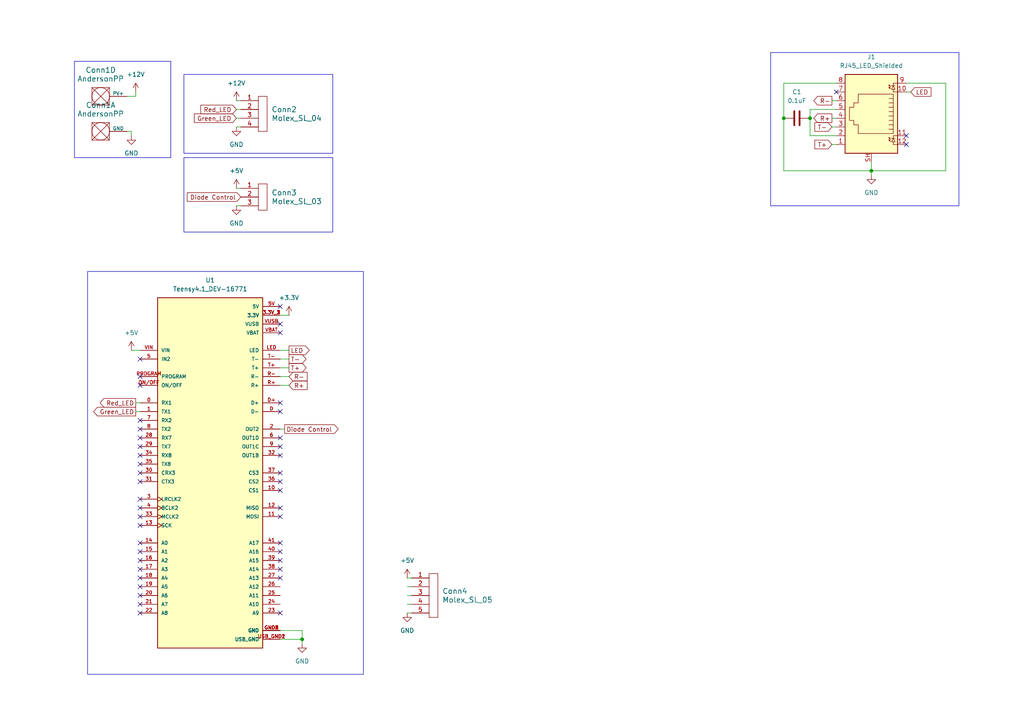
<source format=kicad_sch>
(kicad_sch (version 20231120) (generator "eeschema") (generator_version "8.0")
  (paper "A4")
  (lib_symbols
    (symbol "Connector:RJ45_LED_Shielded" (pin_names (offset 1.016))
      (property "Reference" "J" (at -5.08 13.97 0))
      (property "Value" "RJ45_LED_Shielded" (at 1.27 13.97 0))
      (symbol "RJ45_LED_Shielded_0_1"
        (polyline (pts (xy -7.62 -7.62) (xy -6.35 -7.62)))
        (polyline (pts (xy -7.62 -5.08) (xy -6.35 -5.08)))
        (polyline (pts (xy -7.62 7.62) (xy -6.35 7.62)))
        (polyline (pts (xy -7.62 10.16) (xy -6.35 10.16)))
        (polyline (pts (xy -6.858 -5.842) (xy -5.842 -5.842)))
        (polyline (pts (xy -6.858 9.398) (xy -5.842 9.398)))
        (polyline (pts (xy -6.35 -7.62) (xy -6.35 -6.858)))
        (polyline (pts (xy -6.35 -5.08) (xy -6.35 -5.842)))
        (polyline (pts (xy -6.35 7.62) (xy -6.35 8.382)))
        (polyline (pts (xy -6.35 10.16) (xy -6.35 9.398)))
        (polyline (pts (xy -5.08 -6.223) (xy -5.207 -6.604)))
        (polyline (pts (xy -5.08 -5.588) (xy -5.207 -5.969)))
        (polyline (pts (xy -5.08 4.445) (xy -6.35 4.445)))
        (polyline (pts (xy -5.08 5.715) (xy -6.35 5.715)))
        (polyline (pts (xy -5.08 9.017) (xy -5.207 8.636)))
        (polyline (pts (xy -5.08 9.652) (xy -5.207 9.271)))
        (polyline (pts (xy -6.35 -3.175) (xy -5.08 -3.175) (xy -5.08 -3.175)))
        (polyline (pts (xy -6.35 -1.905) (xy -5.08 -1.905) (xy -5.08 -1.905)))
        (polyline (pts (xy -6.35 -0.635) (xy -5.08 -0.635) (xy -5.08 -0.635)))
        (polyline (pts (xy -6.35 0.635) (xy -5.08 0.635) (xy -5.08 0.635)))
        (polyline (pts (xy -6.35 1.905) (xy -5.08 1.905) (xy -5.08 1.905)))
        (polyline (pts (xy -5.588 -6.731) (xy -5.08 -6.223) (xy -5.461 -6.35)))
        (polyline (pts (xy -5.588 -6.096) (xy -5.08 -5.588) (xy -5.461 -5.715)))
        (polyline (pts (xy -5.588 8.509) (xy -5.08 9.017) (xy -5.461 8.89)))
        (polyline (pts (xy -5.588 9.144) (xy -5.08 9.652) (xy -5.461 9.525)))
        (polyline (pts (xy -5.08 3.175) (xy -6.35 3.175) (xy -6.35 3.175)))
        (polyline (pts (xy -6.35 -5.842) (xy -6.858 -6.858) (xy -5.842 -6.858) (xy -6.35 -5.842)))
        (polyline (pts (xy -6.35 9.398) (xy -6.858 8.382) (xy -5.842 8.382) (xy -6.35 9.398)))
        (polyline (pts (xy -6.35 -4.445) (xy -6.35 6.985) (xy 3.81 6.985) (xy 3.81 4.445) (xy 5.08 4.445) (xy 5.08 3.175) (xy 6.35 3.175) (xy 6.35 -0.635) (xy 5.08 -0.635) (xy 5.08 -1.905) (xy 3.81 -1.905) (xy 3.81 -4.445) (xy -6.35 -4.445) (xy -6.35 -4.445)))
        (rectangle (start 7.62 12.7) (end -7.62 -10.16) (stroke (width 0.254)) (fill (type background)))
      )
      (symbol "RJ45_LED_Shielded_1_1"
        (pin passive line (at 10.16 -7.62 180) (length 2.54) (name "~") (number "1"))
        (pin passive line (at -10.16 7.62 0) (length 2.54) (name "~") (number "10"))
        (pin passive line (at -10.16 -5.08 0) (length 2.54) (name "~") (number "11"))
        (pin passive line (at -10.16 -7.62 0) (length 2.54) (name "~") (number "12"))
        (pin passive line (at 10.16 -5.08 180) (length 2.54) (name "~") (number "2"))
        (pin passive line (at 10.16 -2.54 180) (length 2.54) (name "~") (number "3"))
        (pin passive line (at 10.16 0 180) (length 2.54) (name "~") (number "4"))
        (pin passive line (at 10.16 2.54 180) (length 2.54) (name "~") (number "5"))
        (pin passive line (at 10.16 5.08 180) (length 2.54) (name "~") (number "6"))
        (pin passive line (at 10.16 7.62 180) (length 2.54) (name "~") (number "7"))
        (pin passive line (at 10.16 10.16 180) (length 2.54) (name "~") (number "8"))
        (pin passive line (at -10.16 10.16 0) (length 2.54) (name "~") (number "9"))
        (pin passive line (at 0 -12.7 90) (length 2.54) (name "~") (number "SH"))
      )
    )
    (symbol "Device:C" (pin_numbers hide) (pin_names (offset 0.254))
      (property "Reference" "C" (at 0.635 2.54 0))
      (property "Value" "C" (at 0.635 -2.54 0))
      (symbol "C_0_1"
        (polyline (pts (xy -2.032 -0.762) (xy 2.032 -0.762)) (stroke (width 0.508)))
        (polyline (pts (xy -2.032 0.762) (xy 2.032 0.762)) (stroke (width 0.508)))
      )
      (symbol "C_1_1"
        (pin passive line (at 0 3.81 270) (length 2.794) (name "~") (number "1"))
        (pin passive line (at 0 -3.81 90) (length 2.794) (name "~") (number "2"))
      )
    )
    (symbol "MRDT_Connectors:AndersonPP" (pin_numbers hide) (pin_names (offset 0))
      (property "Reference" "Conn" (at 3.81 -1.27 0))
      (property "Value" "AndersonPP" (at 2.54 6.35 0))
      (symbol "AndersonPP_0_1"
        (polyline (pts (xy 0 5.08) (xy 5.08 0)))
        (polyline (pts (xy 5.08 5.08) (xy 0 0)))
        (rectangle (start 0 0) (end 5.08 5.08))
        (circle (center 2.54 2.54) (radius 2.54))
      )
      (symbol "AndersonPP_1_1"
        (pin input line (at 10.16 2.54 180) (length 5.08) (name "GND") (number "1"))
      )
      (symbol "AndersonPP_2_1"
        (pin input line (at 10.16 2.54 180) (length 5.08) (name "V+Log") (number "2"))
      )
      (symbol "AndersonPP_3_1"
        (pin input line (at 10.16 2.54 180) (length 5.08) (name "V+Act") (number "3"))
      )
      (symbol "AndersonPP_4_1"
        (pin input line (at 10.16 2.54 180) (length 5.08) (name "PV+") (number "4"))
      )
      (symbol "AndersonPP_5_1"
        (pin input line (at 10.16 2.54 180) (length 5.08) (name "~") (number "1"))
      )
    )
    (symbol "MRDT_Connectors:Molex_SL_03" (pin_names (offset 1.016))
      (property "Reference" "Conn" (at 3.81 -1.27 0))
      (property "Value" "Molex_SL_03" (at 1.27 8.89 0))
      (symbol "Molex_SL_03_0_1"
        (rectangle (start 0 7.62) (end 2.54 0))
      )
      (symbol "Molex_SL_03_1_1"
        (pin input line (at -5.08 6.35 0) (length 5.08) (name "~") (number "1"))
        (pin input line (at -5.08 3.81 0) (length 5.08) (name "~") (number "2"))
        (pin input line (at -5.08 1.27 0) (length 5.08) (name "~") (number "3"))
      )
    )
    (symbol "MRDT_Connectors:Molex_SL_04" (pin_names (offset 1.016))
      (property "Reference" "Conn" (at 3.81 -1.27 0))
      (property "Value" "Molex_SL_04" (at 1.27 11.43 0))
      (symbol "Molex_SL_04_0_1"
        (rectangle (start 0 10.16) (end 2.54 0))
      )
      (symbol "Molex_SL_04_1_1"
        (pin input line (at -5.08 8.89 0) (length 5.08) (name "~") (number "1"))
        (pin input line (at -5.08 6.35 0) (length 5.08) (name "~") (number "2"))
        (pin input line (at -5.08 3.81 0) (length 5.08) (name "~") (number "3"))
        (pin input line (at -5.08 1.27 0) (length 5.08) (name "~") (number "4"))
      )
    )
    (symbol "MRDT_Connectors:Molex_SL_05" (pin_names (offset 1.016))
      (property "Reference" "Conn" (at 3.81 -1.27 0))
      (property "Value" "Molex_SL_05" (at 1.27 13.97 0))
      (symbol "Molex_SL_05_0_1"
        (rectangle (start 0 12.7) (end 2.54 0))
      )
      (symbol "Molex_SL_05_1_1"
        (pin input line (at -5.08 11.43 0) (length 5.08) (name "~") (number "1"))
        (pin input line (at -5.08 8.89 0) (length 5.08) (name "~") (number "2"))
        (pin input line (at -5.08 6.35 0) (length 5.08) (name "~") (number "3"))
        (pin input line (at -5.08 3.81 0) (length 5.08) (name "~") (number "4"))
        (pin input line (at -5.08 1.27 0) (length 5.08) (name "~") (number "5"))
      )
    )
    (symbol "MRDT_Shields:Teensy4.1_DEV-16771" (pin_names (offset 1.016))
      (property "Reference" "U" (at -15.24 52.07 0))
      (property "Value" "Teensy4.1_DEV-16771" (at -15.24 -53.34 0))
      (symbol "Teensy4.1_DEV-16771_0_0"
        (rectangle (start -15.24 -50.8) (end 15.24 50.8) (stroke (width 0.254)) (fill (type background)))
        (pin bidirectional line (at -20.32 20.32 0) (length 5.08) (name "RX1") (number "0"))
        (pin bidirectional line (at -20.32 17.78 0) (length 5.08) (name "TX1") (number "1"))
        (pin bidirectional line (at 20.32 -5.08 180) (length 5.08) (name "CS1") (number "10"))
        (pin bidirectional line (at 20.32 -12.7 180) (length 5.08) (name "MOSI") (number "11"))
        (pin bidirectional line (at 20.32 -10.16 180) (length 5.08) (name "MISO") (number "12"))
        (pin bidirectional clock (at -20.32 -15.24 0) (length 5.08) (name "SCK") (number "13"))
        (pin bidirectional line (at -20.32 -20.32 0) (length 5.08) (name "A0") (number "14"))
        (pin bidirectional line (at -20.32 -22.86 0) (length 5.08) (name "A1") (number "15"))
        (pin bidirectional line (at -20.32 -25.4 0) (length 5.08) (name "A2") (number "16"))
        (pin bidirectional line (at -20.32 -27.94 0) (length 5.08) (name "A3") (number "17"))
        (pin bidirectional line (at -20.32 -30.48 0) (length 5.08) (name "A4") (number "18"))
        (pin bidirectional line (at -20.32 -33.02 0) (length 5.08) (name "A5") (number "19"))
        (pin output line (at 20.32 12.7 180) (length 5.08) (name "OUT2") (number "2"))
        (pin bidirectional line (at -20.32 -35.56 0) (length 5.08) (name "A6") (number "20"))
        (pin bidirectional line (at -20.32 -38.1 0) (length 5.08) (name "A7") (number "21"))
        (pin bidirectional line (at -20.32 -40.64 0) (length 5.08) (name "A8") (number "22"))
        (pin bidirectional line (at 20.32 -40.64 180) (length 5.08) (name "A9") (number "23"))
        (pin bidirectional line (at 20.32 -38.1 180) (length 5.08) (name "A10") (number "24"))
        (pin bidirectional line (at 20.32 -35.56 180) (length 5.08) (name "A11") (number "25"))
        (pin bidirectional line (at 20.32 -33.02 180) (length 5.08) (name "A12") (number "26"))
        (pin bidirectional line (at 20.32 -30.48 180) (length 5.08) (name "A13") (number "27"))
        (pin bidirectional line (at -20.32 10.16 0) (length 5.08) (name "RX7") (number "28"))
        (pin bidirectional line (at -20.32 7.62 0) (length 5.08) (name "TX7") (number "29"))
        (pin bidirectional clock (at -20.32 -7.62 0) (length 5.08) (name "LRCLK2") (number "3"))
        (pin power_in line (at 20.32 45.72 180) (length 5.08) (name "3.3V") (number "3.3V_1"))
        (pin power_in line (at 20.32 45.72 180) (length 5.08) (name "3.3V") (number "3.3V_2"))
        (pin power_in line (at 20.32 45.72 180) (length 5.08) (name "3.3V") (number "3.3V_3"))
        (pin bidirectional line (at -20.32 0 0) (length 5.08) (name "CRX3") (number "30"))
        (pin bidirectional line (at -20.32 -2.54 0) (length 5.08) (name "CTX3") (number "31"))
        (pin output line (at 20.32 5.08 180) (length 5.08) (name "OUT1B") (number "32"))
        (pin bidirectional clock (at -20.32 -12.7 0) (length 5.08) (name "MCLK2") (number "33"))
        (pin bidirectional line (at -20.32 5.08 0) (length 5.08) (name "RX8") (number "34"))
        (pin bidirectional line (at -20.32 2.54 0) (length 5.08) (name "TX8") (number "35"))
        (pin bidirectional line (at 20.32 -2.54 180) (length 5.08) (name "CS2") (number "36"))
        (pin bidirectional line (at 20.32 0 180) (length 5.08) (name "CS3") (number "37"))
        (pin bidirectional line (at 20.32 -27.94 180) (length 5.08) (name "A14") (number "38"))
        (pin bidirectional line (at 20.32 -25.4 180) (length 5.08) (name "A15") (number "39"))
        (pin bidirectional clock (at -20.32 -10.16 0) (length 5.08) (name "BCLK2") (number "4"))
        (pin bidirectional line (at 20.32 -22.86 180) (length 5.08) (name "A16") (number "40"))
        (pin bidirectional line (at 20.32 -20.32 180) (length 5.08) (name "A17") (number "41"))
        (pin bidirectional line (at -20.32 33.02 0) (length 5.08) (name "IN2") (number "5"))
        (pin power_in line (at 20.32 48.26 180) (length 5.08) (name "5V") (number "5V"))
        (pin output line (at 20.32 10.16 180) (length 5.08) (name "OUT1D") (number "6"))
        (pin bidirectional line (at -20.32 15.24 0) (length 5.08) (name "RX2") (number "7"))
        (pin bidirectional line (at -20.32 12.7 0) (length 5.08) (name "TX2") (number "8"))
        (pin output line (at 20.32 7.62 180) (length 5.08) (name "OUT1C") (number "9"))
        (pin bidirectional line (at 20.32 17.78 180) (length 5.08) (name "D-") (number "D"))
        (pin bidirectional line (at 20.32 20.32 180) (length 5.08) (name "D+") (number "D+"))
        (pin power_in line (at 20.32 -45.72 180) (length 5.08) (name "GND") (number "GND1"))
        (pin power_in line (at 20.32 -45.72 180) (length 5.08) (name "GND") (number "GND2"))
        (pin power_in line (at 20.32 -45.72 180) (length 5.08) (name "GND") (number "GND3"))
        (pin power_in line (at 20.32 -45.72 180) (length 5.08) (name "GND") (number "GND4"))
        (pin power_in line (at 20.32 -45.72 180) (length 5.08) (name "GND") (number "GND5"))
        (pin bidirectional line (at 20.32 35.56 180) (length 5.08) (name "LED") (number "LED"))
        (pin bidirectional line (at -20.32 25.4 0) (length 5.08) (name "ON/OFF") (number "ON/OFF"))
        (pin bidirectional line (at -20.32 27.94 0) (length 5.08) (name "PROGRAM") (number "PROGRAM"))
        (pin bidirectional line (at 20.32 25.4 180) (length 5.08) (name "R+") (number "R+"))
        (pin bidirectional line (at 20.32 27.94 180) (length 5.08) (name "R-") (number "R-"))
        (pin bidirectional line (at 20.32 30.48 180) (length 5.08) (name "T+") (number "T+"))
        (pin bidirectional line (at 20.32 33.02 180) (length 5.08) (name "T-") (number "T-"))
        (pin power_in line (at 20.32 -48.26 180) (length 5.08) (name "USB_GND") (number "USB_GND1"))
        (pin power_in line (at 20.32 -48.26 180) (length 5.08) (name "USB_GND") (number "USB_GND2"))
        (pin passive line (at 20.32 40.64 180) (length 5.08) (name "VBAT") (number "VBAT"))
        (pin input line (at -20.32 35.56 0) (length 5.08) (name "VIN") (number "VIN"))
        (pin passive line (at 20.32 43.18 180) (length 5.08) (name "VUSB") (number "VUSB"))
      )
    )
    (symbol "power:+12V" (power) (pin_names (offset 0))
      (property "Value" "+12V" (at 0 3.556 0))
      (symbol "+12V_0_1"
        (polyline (pts (xy -0.762 1.27) (xy 0 2.54)))
        (polyline (pts (xy 0 0) (xy 0 2.54)))
        (polyline (pts (xy 0 2.54) (xy 0.762 1.27)))
      )
      (symbol "+12V_1_1"
        (pin power_in line (at 0 0 90) (length 0) hide (name "+12V") (number "1"))
      )
    )
    (symbol "power:+3.3V" (power) (pin_numbers hide) (pin_names (offset 0) hide)
      (property "Value" "+3.3V" (at 0 3.556 0))
      (symbol "+3.3V_0_1"
        (polyline (pts (xy -0.762 1.27) (xy 0 2.54)))
        (polyline (pts (xy 0 0) (xy 0 2.54)))
        (polyline (pts (xy 0 2.54) (xy 0.762 1.27)))
      )
      (symbol "+3.3V_1_1"
        (pin power_in line (at 0 0 90) (length 0) (name "~") (number "1"))
      )
    )
    (symbol "power:+5V" (power) (pin_numbers hide) (pin_names (offset 0) hide)
      (property "Value" "+5V" (at 0 3.556 0))
      (symbol "+5V_0_1"
        (polyline (pts (xy -0.762 1.27) (xy 0 2.54)))
        (polyline (pts (xy 0 0) (xy 0 2.54)))
        (polyline (pts (xy 0 2.54) (xy 0.762 1.27)))
      )
      (symbol "+5V_1_1"
        (pin power_in line (at 0 0 90) (length 0) (name "~") (number "1"))
      )
    )
    (symbol "power:GND" (power) (pin_names (offset 0))
      (property "Value" "GND" (at 0 -3.81 0))
      (symbol "GND_0_1"
        (polyline (pts (xy 0 0) (xy 0 -1.27) (xy 1.27 -1.27) (xy 0 -2.54) (xy -1.27 -1.27) (xy 0 -1.27)))
      )
      (symbol "GND_1_1"
        (pin power_in line (at 0 0 270) (length 0) hide (name "GND") (number "1"))
      )
    )
  )
  (junction (at 252.73 49.53))
  (junction (at 227.33 34.29))
  (junction (at 234.95 34.29))
  (junction (at 87.63 185.42))
  (no_connect (at 81.28 149.86))
  (no_connect (at 81.28 160.02))
  (no_connect (at 40.64 139.7))
  (no_connect (at 40.64 111.76))
  (no_connect (at 81.28 93.98))
  (no_connect (at 40.64 124.46))
  (no_connect (at 81.28 162.56))
  (no_connect (at 40.64 165.1))
  (no_connect (at 40.64 144.78))
  (no_connect (at 40.64 104.14))
  (no_connect (at 40.64 129.54))
  (no_connect (at 40.64 132.08))
  (no_connect (at 40.64 170.18))
  (no_connect (at 40.64 149.86))
  (no_connect (at 81.28 116.84))
  (no_connect (at 40.64 157.48))
  (no_connect (at 40.64 167.64))
  (no_connect (at 81.28 165.1))
  (no_connect (at 40.64 160.02))
  (no_connect (at 81.28 167.64))
  (no_connect (at 81.28 88.9))
  (no_connect (at 262.89 39.37))
  (no_connect (at 81.28 137.16))
  (no_connect (at 40.64 162.56))
  (no_connect (at 40.64 109.22))
  (no_connect (at 81.28 96.52))
  (no_connect (at 81.28 119.38))
  (no_connect (at 81.28 129.54))
  (no_connect (at 81.28 139.7))
  (no_connect (at 81.28 157.48))
  (no_connect (at 40.64 134.62))
  (no_connect (at 40.64 172.72))
  (no_connect (at 40.64 175.26))
  (no_connect (at 40.64 152.4))
  (no_connect (at 262.89 41.91))
  (no_connect (at 81.28 127))
  (no_connect (at 40.64 127))
  (no_connect (at 40.64 121.92))
  (no_connect (at 81.28 132.08))
  (no_connect (at 40.64 147.32))
  (no_connect (at 81.28 142.24))
  (no_connect (at 242.57 26.67))
  (no_connect (at 81.28 147.32))
  (no_connect (at 40.64 177.8))
  (no_connect (at 40.64 137.16))
  (no_connect (at 81.28 177.8))
  (wire (pts (xy 38.1 101.6) (xy 40.64 101.6)))
  (wire (pts (xy 118.11 167.64) (xy 119.38 167.64)))
  (wire (pts (xy 252.73 49.53) (xy 252.73 50.8)))
  (wire (pts (xy 87.63 185.42) (xy 87.63 186.69)))
  (wire (pts (xy 39.37 27.94) (xy 39.37 26.67)))
  (wire (pts (xy 227.33 34.29) (xy 227.33 49.53)))
  (wire (pts (xy 36.83 38.1) (xy 38.1 38.1)))
  (wire (pts (xy 87.63 182.88) (xy 87.63 185.42)))
  (wire (pts (xy 68.58 34.29) (xy 69.85 34.29)))
  (wire (pts (xy 241.3 41.91) (xy 242.57 41.91)))
  (wire (pts (xy 68.58 54.61) (xy 69.85 54.61)))
  (wire (pts (xy 39.37 116.84) (xy 40.64 116.84)))
  (wire (pts (xy 81.28 91.44) (xy 83.82 91.44)))
  (wire (pts (xy 262.89 24.13) (xy 274.32 24.13)))
  (wire (pts (xy 241.3 36.83) (xy 242.57 36.83)))
  (wire (pts (xy 234.95 34.29) (xy 234.95 39.37)))
  (wire (pts (xy 81.28 106.68) (xy 83.82 106.68)))
  (wire (pts (xy 118.11 170.18) (xy 119.38 170.18)))
  (wire (pts (xy 38.1 38.1) (xy 38.1 39.37)))
  (wire (pts (xy 234.95 31.75) (xy 234.95 34.29)))
  (wire (pts (xy 262.89 26.67) (xy 264.16 26.67)))
  (wire (pts (xy 81.28 124.46) (xy 82.55 124.46)))
  (wire (pts (xy 81.28 109.22) (xy 83.82 109.22)))
  (wire (pts (xy 118.11 177.8) (xy 119.38 177.8)))
  (wire (pts (xy 118.11 175.26) (xy 119.38 175.26)))
  (wire (pts (xy 81.28 185.42) (xy 87.63 185.42)))
  (wire (pts (xy 68.58 36.83) (xy 69.85 36.83)))
  (wire (pts (xy 68.58 29.21) (xy 69.85 29.21)))
  (wire (pts (xy 252.73 49.53) (xy 274.32 49.53)))
  (wire (pts (xy 241.3 29.21) (xy 242.57 29.21)))
  (wire (pts (xy 39.37 119.38) (xy 40.64 119.38)))
  (wire (pts (xy 68.58 59.69) (xy 69.85 59.69)))
  (wire (pts (xy 227.33 49.53) (xy 252.73 49.53)))
  (wire (pts (xy 81.28 101.6) (xy 83.82 101.6)))
  (wire (pts (xy 68.58 31.75) (xy 69.85 31.75)))
  (wire (pts (xy 36.83 27.94) (xy 39.37 27.94)))
  (wire (pts (xy 118.11 172.72) (xy 119.38 172.72)))
  (wire (pts (xy 274.32 24.13) (xy 274.32 49.53)))
  (wire (pts (xy 242.57 39.37) (xy 234.95 39.37)))
  (wire (pts (xy 227.33 24.13) (xy 242.57 24.13)))
  (wire (pts (xy 252.73 46.99) (xy 252.73 49.53)))
  (wire (pts (xy 241.3 34.29) (xy 242.57 34.29)))
  (wire (pts (xy 81.28 182.88) (xy 87.63 182.88)))
  (wire (pts (xy 81.28 111.76) (xy 83.82 111.76)))
  (wire (pts (xy 242.57 31.75) (xy 234.95 31.75)))
  (wire (pts (xy 227.33 24.13) (xy 227.33 34.29)))
  (wire (pts (xy 81.28 104.14) (xy 83.82 104.14)))
  (rectangle (start 53.34 45.72) (end 96.52 67.31))
  (rectangle (start 223.52 15.24) (end 278.13 59.69))
  (rectangle (start 25.4 78.74) (end 105.41 195.58))
  (rectangle (start 21.59 17.78) (end 49.53 45.72))
  (rectangle (start 53.34 21.59) (end 96.52 44.45))
  (global_label "Diode Control" (shape output) (at 82.55 124.46 0) (property "Intersheetrefs" "${INTERSHEET_REFS}" (effects (hide yes))))
  (global_label "T-" (shape output) (at 83.82 104.14 0) (property "Intersheetrefs" "${INTERSHEET_REFS}" (effects (hide yes))))
  (global_label "T+" (shape output) (at 83.82 106.68 0) (property "Intersheetrefs" "${INTERSHEET_REFS}" (effects (hide yes))))
  (global_label "Diode Control" (shape input) (at 69.85 57.15 180) (property "Intersheetrefs" "${INTERSHEET_REFS}" (effects (hide yes))))
  (global_label "Red_LED" (shape output) (at 39.37 116.84 180) (property "Intersheetrefs" "${INTERSHEET_REFS}" (effects (hide yes))))
  (global_label "Red_LED" (shape input) (at 68.58 31.75 180) (property "Intersheetrefs" "${INTERSHEET_REFS}" (effects (hide yes))))
  (global_label "R+" (shape input) (at 83.82 111.76 0) (property "Intersheetrefs" "${INTERSHEET_REFS}" (effects (hide yes))))
  (global_label "R+" (shape output) (at 241.3 34.29 180) (property "Intersheetrefs" "${INTERSHEET_REFS}" (effects (hide yes))))
  (global_label "LED" (shape output) (at 83.82 101.6 0) (property "Intersheetrefs" "${INTERSHEET_REFS}" (effects (hide yes))))
  (global_label "Green_LED" (shape output) (at 39.37 119.38 180) (property "Intersheetrefs" "${INTERSHEET_REFS}" (effects (hide yes))))
  (global_label "R-" (shape input) (at 83.82 109.22 0) (property "Intersheetrefs" "${INTERSHEET_REFS}" (effects (hide yes))))
  (global_label "R-" (shape output) (at 241.3 29.21 180) (property "Intersheetrefs" "${INTERSHEET_REFS}" (effects (hide yes))))
  (global_label "T+" (shape input) (at 241.3 41.91 180) (property "Intersheetrefs" "${INTERSHEET_REFS}" (effects (hide yes))))
  (global_label "LED" (shape input) (at 264.16 26.67 0) (property "Intersheetrefs" "${INTERSHEET_REFS}" (effects (hide yes))))
  (global_label "Green_LED" (shape input) (at 68.58 34.29 180) (property "Intersheetrefs" "${INTERSHEET_REFS}" (effects (hide yes))))
  (global_label "T-" (shape input) (at 241.3 36.83 180) (property "Intersheetrefs" "${INTERSHEET_REFS}" (effects (hide yes))))
  (symbol (lib_id "Connector:RJ45_LED_Shielded") (at 252.73 34.29 0) (mirror y) (unit 1)
    (property "Reference" "J1" (at 252.73 16.51 0))
    (property "Value" "RJ45_LED_Shielded" (at 252.73 19.05 0))
  )
  (symbol (lib_id "power:GND") (at 68.58 59.69 0) (unit 1)
    (property "Reference" "#PWR07" (effects (hide yes)))
    (property "Value" "GND" (at 68.58 64.77 0))
  )
  (symbol (lib_id "power:+3.3V") (at 83.82 91.44 0) (unit 1)
    (property "Reference" "#PWR08" (effects (hide yes)))
    (property "Value" "+3.3V" (at 83.82 86.36 0))
    (property "Description" "Power symbol creates a global label with name \"+3.3V\"" (effects (hide yes)))
  )
  (symbol (lib_id "MRDT_Connectors:Molex_SL_05") (at 124.46 179.07 0) (unit 1)
    (property "Reference" "Conn4" (at 128.27 171.4499 0) (effects (font (size 1.524 1.524)) (justify left)))
    (property "Value" "Molex_SL_05" (at 128.27 173.9899 0) (effects (font (size 1.524 1.524)) (justify left)))
  )
  (symbol (lib_id "MRDT_Connectors:AndersonPP") (at 26.67 30.48 0) (unit 4)
    (property "Reference" "Conn1" (at 29.21 20.32 0) (effects (font (size 1.524 1.524))))
    (property "Value" "AndersonPP" (at 29.21 22.86 0) (effects (font (size 1.524 1.524))))
  )
  (symbol (lib_id "power:GND") (at 87.63 186.69 0) (unit 1)
    (property "Reference" "#PWR09" (effects (hide yes)))
    (property "Value" "GND" (at 87.63 191.77 0))
  )
  (symbol (lib_id "power:GND") (at 252.73 50.8 0) (unit 1)
    (property "Reference" "#PWR012" (effects (hide yes)))
    (property "Value" "GND" (at 252.73 55.88 0))
  )
  (symbol (lib_id "power:+5V") (at 38.1 101.6 0) (unit 1)
    (property "Reference" "#PWR02" (effects (hide yes)))
    (property "Value" "+5V" (at 38.1 96.52 0))
    (property "Description" "Power symbol creates a global label with name \"+5V\"" (effects (hide yes)))
  )
  (symbol (lib_id "power:GND") (at 68.58 36.83 0) (unit 1)
    (property "Reference" "#PWR05" (effects (hide yes)))
    (property "Value" "GND" (at 68.58 41.91 0))
  )
  (symbol (lib_id "power:+12V") (at 39.37 26.67 0) (unit 1)
    (property "Reference" "#PWR03" (effects (hide yes)))
    (property "Value" "+12V" (at 39.37 21.59 0))
  )
  (symbol (lib_id "MRDT_Connectors:Molex_SL_03") (at 74.93 60.96 0) (unit 1)
    (property "Reference" "Conn3" (at 78.74 55.8799 0) (effects (font (size 1.524 1.524)) (justify left)))
    (property "Value" "Molex_SL_03" (at 78.74 58.4199 0) (effects (font (size 1.524 1.524)) (justify left)))
  )
  (symbol (lib_id "power:+5V") (at 118.11 167.64 0) (unit 1)
    (property "Reference" "#PWR010" (effects (hide yes)))
    (property "Value" "+5V" (at 118.11 162.56 0))
    (property "Description" "Power symbol creates a global label with name \"+5V\"" (effects (hide yes)))
  )
  (symbol (lib_id "MRDT_Shields:Teensy4.1_DEV-16771") (at 60.96 137.16 0) (unit 1)
    (property "Reference" "U1" (at 60.96 81.28 0))
    (property "Value" "Teensy4.1_DEV-16771" (at 60.96 83.82 0))
    (property "Footprint" "MRDT_Shields:Teensy_4_1_Ethernet" (effects (hide yes)))
    (property "STANDARD" "Manufacturer recommendations" (effects (hide yes)))
    (property "MAXIMUM_PACKAGE_HEIGHT" "4.07mm" (effects (hide yes)))
    (property "MANUFACTURER" "SparkFun Electronics" (effects (hide yes)))
    (property "PARTREV" "4.1" (effects (hide yes)))
  )
  (symbol (lib_id "power:GND") (at 38.1 39.37 0) (unit 1)
    (property "Reference" "#PWR01" (effects (hide yes)))
    (property "Value" "GND" (at 38.1 44.45 0))
  )
  (symbol (lib_id "power:+5V") (at 68.58 54.61 0) (unit 1)
    (property "Reference" "#PWR06" (effects (hide yes)))
    (property "Value" "+5V" (at 68.58 49.53 0))
    (property "Description" "Power symbol creates a global label with name \"+5V\"" (effects (hide yes)))
  )
  (symbol (lib_id "MRDT_Connectors:AndersonPP") (at 26.67 40.64 0) (unit 1)
    (property "Reference" "Conn1" (at 29.21 30.48 0) (effects (font (size 1.524 1.524))))
    (property "Value" "AndersonPP" (at 29.21 33.02 0) (effects (font (size 1.524 1.524))))
  )
  (symbol (lib_id "Device:C") (at 231.14 34.29 270) (unit 1)
    (property "Reference" "C1" (at 231.14 26.67 90))
    (property "Value" "0.1uF" (at 231.14 29.21 90))
    (property "Footprint" "Capacitor_SMD:C_0603_1608Metric_Pad1.08x0.95mm_HandSolder" (effects (hide yes)))
  )
  (symbol (lib_id "MRDT_Connectors:Molex_SL_04") (at 74.93 38.1 0) (unit 1)
    (property "Reference" "Conn2" (at 78.74 31.7499 0) (effects (font (size 1.524 1.524)) (justify left)))
    (property "Value" "Molex_SL_04" (at 78.74 34.2899 0) (effects (font (size 1.524 1.524)) (justify left)))
  )
  (symbol (lib_id "power:+12V") (at 68.58 29.21 0) (unit 1)
    (property "Reference" "#PWR04" (effects (hide yes)))
    (property "Value" "+12V" (at 68.58 24.13 0))
  )
  (symbol (lib_id "power:GND") (at 118.11 177.8 0) (unit 1)
    (property "Reference" "#PWR011" (effects (hide yes)))
    (property "Value" "GND" (at 118.11 182.88 0))
  )
)
</source>
